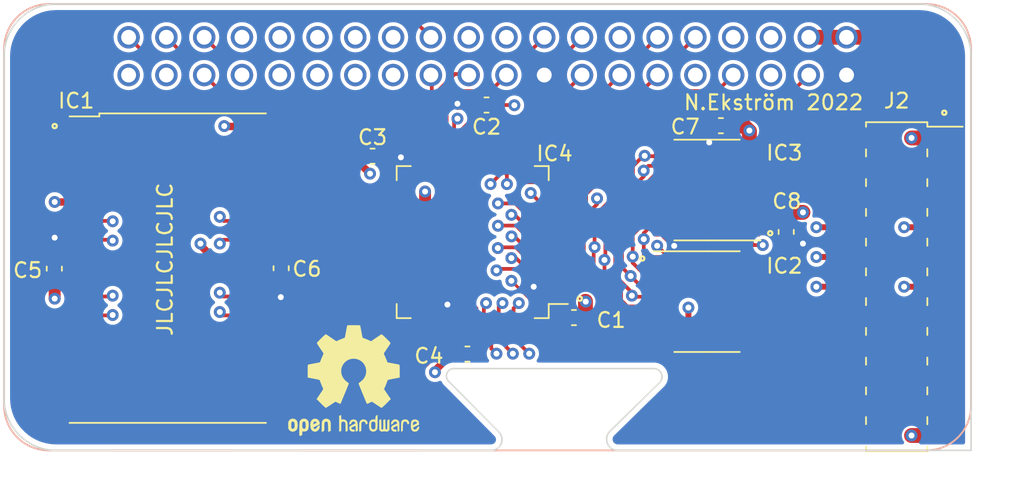
<source format=kicad_pcb>
(kicad_pcb (version 20221018) (generator pcbnew)
  (layers (0 "F.Cu" signal "Signal1") (1 "In1.Cu" power "GND") (2 "In2.Cu" signal "Signal2") (31 "B.Cu" power "Pwr") (34 "B.Paste" user) (35 "F.Paste" user) (36 "B.SilkS" user "B.Silkscreen") (37 "F.SilkS" user "F.Silkscreen") (38 "B.Mask" user) (39 "F.Mask" user) (44 "Edge.Cuts" user))
  (net 0 "")
  (net 1 "OE_OUT")
  (net 2 "D0")
  (net 3 "D1")
  (net 4 "D2")
  (net 5 "D3")
  (net 6 "D4")
  (net 7 "D5")
  (net 8 "D6")
  (net 9 "D7")
  (net 10 "GND")
  (net 11 "LE_OUT")
  (net 12 "5V_D7")
  (net 13 "5V_D6")
  (net 14 "5V_D5")
  (net 15 "5V_D4")
  (net 16 "5V_D3")
  (net 17 "5V_D2")
  (net 18 "5V_D1")
  (net 19 "5V_D0")
  (net 20 "+3V3")
  (net 21 "OE_IN")
  (net 22 "RAM_A0")
  (net 23 "RAM_A1")
  (net 24 "RAM_A2")
  (net 25 "RAM_A3")
  (net 26 "RAM_WE")
  (net 27 "RAM_A4")
  (net 28 "RAM_A5")
  (net 29 "RAM_A6")
  (net 30 "RAM_A7")
  (net 31 "RAM_A8")
  (net 32 "RAM_A9")
  (net 33 "RAM_A10")
  (net 34 "RAM_A11")
  (net 35 "RAM_A12")
  (net 36 "RAM_OE")
  (net 37 "RAM_A13")
  (net 38 "RAM_A14")
  (net 39 "RAM_A15")
  (net 40 "5V_RESET")
  (net 41 "PI_IRQ")
  (net 42 "PI_CLK")
  (net 43 "PI_REQ")
  (net 44 "PI_ACK")
  (net 45 "PI_D1")
  (net 46 "PI_D2")
  (net 47 "PI_A2")
  (net 48 "PI_D6")
  (net 49 "PI_D7")
  (net 50 "PI_A0")
  (net 51 "PI_A1")
  (net 52 "TDI")
  (net 53 "TMS")
  (net 54 "TCK")
  (net 55 "PI_D5")
  (net 56 "PI_D4")
  (net 57 "PI_D0")
  (net 58 "PI_D3")
  (net 59 "TDO")
  (net 60 "5V_INT6")
  (net 61 "5V_SPARE_CS")
  (net 62 "5V_IORD")
  (net 63 "5V_IOWR")
  (net 64 "5V_A2")
  (net 65 "5V_A1")
  (net 66 "5V_A0")
  (net 67 "+5V")
  (footprint "Package_SO:TSSOP-20_4.4x6.5mm_P0.65mm" (layer "F.Cu") (at 147.25 90)
    (fp_text reference "IC2")
    (fp_text value "SN74LVC573APWRE4")
  )
  (footprint "Capacitor_SMD:C_0603_1608Metric" (layer "F.Cu") (at 148.184 78.174)
    (fp_text reference "C7")
    (fp_text value "0.1u")
  )
  (footprint "Package_QFP:TQFP-64_10x10mm_P0.5mm" (layer "F.Cu") (at 131.5 86 180)
    (fp_text reference "IC4")
    (fp_text value "XC9572XL-VQ64")
  )
  (footprint "Package_SO:TSSOP-20_4.4x6.5mm_P0.65mm" (layer "F.Cu") (at 147.25 82.5 180)
    (fp_text reference "IC3")
    (fp_text value "SN74LVC573APWRE4")
  )
  (footprint "Symbol:OSHW-Logo2_9.8x8mm_SilkScreen" (layer "F.Cu") (at 123.5 95.3)
    (fp_text reference "REF**" hide)
    (fp_text value "OSHW-Logo2_9.8x8mm_SilkScreen" hide)
  )
  (footprint "Package_SO:TSOP-II-32_21.0x10.2mm_P1.27mm" (layer "F.Cu") (at 111 87.75)
    (fp_text reference "IC1")
    (fp_text value "IS63WV1288DBLL-10TLI")
  )
  (footprint "Capacitor_SMD:C_0603_1608Metric" (layer "F.Cu") (at 131.146 93.526 180)
    (fp_text reference "C4")
    (fp_text value "0.1u")
  )
  (footprint "Capacitor_SMD:C_0603_1608Metric" (layer "F.Cu") (at 103.376 87.784 -90)
    (fp_text reference "C5")
    (fp_text value "0.1u")
  )
  (footprint "Capacitor_SMD:C_0603_1608Metric" (layer "F.Cu") (at 124.766 80.226 180)
    (fp_text reference "C3")
    (fp_text value "0.1u")
  )
  (footprint "Capacitor_SMD:C_0603_1608Metric" (layer "F.Cu") (at 132.430361 76.784891)
    (fp_text reference "C2")
    (fp_text value "0.1u")
  )
  (footprint "Capacitor_SMD:C_0603_1608Metric" (layer "F.Cu") (at 118.624 87.756 90)
    (fp_text reference "C6")
    (fp_text value "0.1u")
  )
  (footprint "Capacitor_SMD:C_0603_1608Metric" (layer "F.Cu") (at 138.304 91.074)
    (fp_text reference "C1")
    (fp_text value "0.1u")
  )
  (footprint "Connector_PinSocket_2.00mm:PinSocket_2x11_P2.00mm_Vertical_SMD" (layer "F.Cu") (at 160 89)
    (fp_text reference "J2")
    (fp_text value "Conn_02x11_Odd_Even")
  )
  (footprint "Capacitor_SMD:C_0603_1608Metric" (layer "F.Cu") (at 152.574 85.316 90)
    (fp_text reference "C8")
    (fp_text value "0.1u")
  )
  (footprint "Adafruit:ADA3708_RPI-ZERO_NO_HOLES" (layer "B.Cu") (at 132.5 85 180)
    (fp_text reference "J1" hide)
    (fp_text value "Raspberry_Pi_2_3")
  )
  (gr_circle (center 151.5 85.4) (end 151.6 85.5) (stroke (width 0.15)) (fill none) (layer "F.SilkS"))
  (gr_circle (center 138.7 89.8) (end 138.8 89.9) (stroke (width 0.15)) (fill none) (layer "F.SilkS"))
  (gr_circle (center 163.2 77.3) (end 163.3 77.4) (stroke (width 0.15)) (fill none) (layer "F.SilkS"))
  (gr_circle (center 103.4 78.2) (end 103.5 78.3) (stroke (width 0.15)) (fill none) (layer "F.SilkS"))
  (gr_circle (center 142.9 87.1) (end 143 87.2) (stroke (width 0.15)) (fill none) (layer "F.SilkS"))
  (gr_arc (start 100 73.5) (mid 101.025126 71.025126) (end 103.5 70) (stroke (width 0.1)) (layer "Edge.Cuts"))
  (gr_arc (start 103.5 100) (mid 101.025126 98.974874) (end 100 96.5) (stroke (width 0.1)) (layer "Edge.Cuts"))
  (gr_arc (start 141.25 100) (mid 140.55709 99.537013) (end 140.71967 98.71967) (stroke (width 0.1)) (layer "Edge.Cuts"))
  (gr_arc (start 161.5 70) (mid 163.974874 71.025126) (end 165 73.5) (stroke (width 0.1)) (layer "Edge.Cuts"))
  (gr_line (start 103.5 70) (end 161.5 70) (stroke (width 0.1)) (layer "Edge.Cuts"))
  (gr_line (start 141.25 100) (end 165 100) (stroke (width 0.1)) (layer "Edge.Cuts"))
  (gr_line (start 144.059849 95.446927) (end 140.71967 98.71967) (stroke (width 0.1)) (layer "Edge.Cuts"))
  (gr_line (start 143.700788 94.500727) (end 130.200788 94.500727) (stroke (width 0.1)) (layer "Edge.Cuts"))
  (gr_arc (start 133.249999 98.750001) (mid 133.417611 99.542044) (end 132.75 100) (stroke (width 0.1)) (layer "Edge.Cuts"))
  (gr_line (start 100 96.5) (end 100 73.5) (stroke (width 0.1)) (layer "Edge.Cuts"))
  (gr_arc (start 143.700788 94.500727) (mid 144.19081 94.857015) (end 144.059849 95.446927) (stroke (width 0.1)) (layer "Edge.Cuts"))
  (gr_line (start 132.75 100) (end 103.5 100) (stroke (width 0.1)) (layer "Edge.Cuts"))
  (gr_line (start 129.924872 95.393648) (end 133.249999 98.750001) (stroke (width 0.1)) (layer "Edge.Cuts"))
  (gr_arc (start 129.924872 95.393648) (mid 129.756339 94.85248) (end 130.200788 94.500727) (stroke (width 0.1)) (layer "Edge.Cuts"))
  (gr_line (start 165 73.5) (end 165 100) (stroke (width 0.1)) (layer "Edge.Cuts"))
  (gr_text "A314-cp" (at 143.2 99) (layer "F.Cu") (effects (font (size 1.5 1.5) (thickness 0.3) bold) (justify left bottom)))
  (gr_text "JLCJLCJLCJLC" (at 111.4 92.4 90) (layer "F.SilkS") (effects (font (size 1 1)) (justify left bottom)))
  (gr_text "N.Ekström 2022" (at 145.6 77.2) (layer "F.SilkS") (effects (font (size 1 1)) (justify left bottom)))
  (segment (start 138.558832 84.75) (end 137.1625 84.75) (width 0.25) (layer "F.Cu") (net 1))
  (segment (start 139.860315 83.448517) (end 138.558832 84.75) (width 0.25) (layer "F.Cu") (net 1))
  (segment (start 144.3875 87.075) (end 144.3875 86.735293) (width 0.25) (layer "F.Cu") (net 1))
  (segment (start 144.3875 86.735293) (end 143.898617 86.24641) (width 0.25) (layer "F.Cu") (net 1))
  (segment (start 139.860315 83.060315) (end 139.860315 83.448517) (width 0.25) (layer "F.Cu") (net 1))
  (via (at 143.898617 86.24641) (size 0.8) (drill 0.4) (layers "F.Cu" "B.Cu") (net 1))
  (via (at 139.860315 83.060315) (size 0.8) (drill 0.4) (layers "F.Cu" "B.Cu") (net 1))
  (segment (start 140.125 90.459993) (end 141.940007 92.275) (width 0.25) (layer "F.Cu") (net 2))
  (segment (start 140.125 89.856883) (end 140.125 90.459993) (width 0.25) (layer "F.Cu") (net 2))
  (segment (start 143.061147 80.197718) (end 142.970399 80.197718) (width 0.25) (layer "F.Cu") (net 2))
  (segment (start 142.271711 81.673517) (end 138.518198 85.42703) (width 0.25) (layer "F.Cu") (net 2))
  (segment (start 143.061147 80.197718) (end 143.088429 80.225) (width 0.25) (layer "F.Cu") (net 2))
  (segment (start 107.275 84.575) (end 107.3 84.6) (width 0.25) (layer "F.Cu") (net 2))
  (segment (start 137.1625 85.25) (end 136.211178 85.25) (width 0.25) (layer "F.Cu") (net 2))
  (segment (start 138.518198 88.250081) (end 140.125 89.856883) (width 0.25) (layer "F.Cu") (net 2))
  (segment (start 138.518198 85.42703) (end 138.518198 88.250081) (width 0.25) (layer "F.Cu") (net 2))
  (segment (start 142.271711 80.896406) (end 142.271711 81.673517) (width 0.25) (layer "F.Cu") (net 2))
  (segment (start 136.211178 85.25) (end 134.361178 83.4) (width 0.25) (layer "F.Cu") (net 2))
  (segment (start 134.361178 83.4) (end 133.2 83.4) (width 0.25) (layer "F.Cu") (net 2))
  (segment (start 142.970399 80.197718) (end 142.271711 80.896406) (width 0.25) (layer "F.Cu") (net 2))
  (segment (start 141.940007 92.275) (end 144.3875 92.275) (width 0.25) (layer "F.Cu") (net 2))
  (segment (start 105.4 84.575) (end 107.275 84.575) (width 0.25) (layer "F.Cu") (net 2))
  (segment (start 143.088429 80.225) (end 144.3875 80.225) (width 0.25) (layer "F.Cu") (net 2))
  (via (at 133.2 83.4) (size 0.8) (drill 0.4) (layers "F.Cu" "B.Cu") (net 2))
  (via (at 107.3 84.6) (size 0.8) (drill 0.4) (layers "F.Cu" "B.Cu") (net 2))
  (via (at 143.061147 80.197718) (size 0.8) (drill 0.4) (layers "F.Cu" "B.Cu") (net 2))
  (segment (start 134.3201 84.164127) (end 134.1 84.164127) (width 0.25) (layer "F.Cu") (net 3))
  (segment (start 135.905973 85.75) (end 134.3201 84.164127) (width 0.25) (layer "F.Cu") (net 3))
  (segment (start 143.318422 80.875) (end 144.3875 80.875) (width 0.25) (layer "F.Cu") (net 3))
  (segment (start 107.245 85.845) (end 107.3 85.9) (width 0.25) (layer "F.Cu") (net 3))
  (segment (start 142.996711 81.196711) (end 143.318422 80.875) (width 0.25) (layer "F.Cu") (net 3))
  (segment (start 140.575 90.273597) (end 141.926403 91.625) (width 0.25) (layer "F.Cu") (net 3))
  (segment (start 140.575 89.670487) (end 140.575 90.273597) (width 0.25) (layer "F.Cu") (net 3))
  (segment (start 105.4 85.845) (end 107.245 85.845) (width 0.25) (layer "F.Cu") (net 3))
  (segment (start 141.926403 91.625) (end 144.3875 91.625) (width 0.25) (layer "F.Cu") (net 3))
  (segment (start 138.968198 85.613426) (end 138.968198 88.063685) (width 0.25) (layer "F.Cu") (net 3))
  (segment (start 138.968198 88.063685) (end 140.575 89.670487) (width 0.25) (layer "F.Cu") (net 3))
  (segment (start 142.996711 81.196711) (end 142.996711 81.584913) (width 0.25) (layer "F.Cu") (net 3))
  (segment (start 142.996711 81.584913) (end 138.968198 85.613426) (width 0.25) (layer "F.Cu") (net 3))
  (segment (start 137.1625 85.75) (end 135.905973 85.75) (width 0.25) (layer "F.Cu") (net 3))
  (via (at 142.996711 81.196711) (size 0.8) (drill 0.4) (layers "F.Cu" "B.Cu") (net 3))
  (via (at 107.3 85.9) (size 0.8) (drill 0.4) (layers "F.Cu" "B.Cu") (net 3))
  (via (at 134.1 84.164127) (size 0.8) (drill 0.4) (layers "F.Cu" "B.Cu") (net 3))
  (segment (start 107.245 89.655) (end 107.3 89.6) (width 0.25) (layer "F.Cu") (net 4))
  (segment (start 139.632871 86.398454) (end 139.632871 88.091962) (width 0.25) (layer "F.Cu") (net 4))
  (segment (start 105.4 89.655) (end 107.245 89.655) (width 0.25) (layer "F.Cu") (net 4))
  (segment (start 139.632871 88.091962) (end 141.025 89.484091) (width 0.25) (layer "F.Cu") (net 4))
  (segment (start 143.69302 81.525) (end 144.3875 81.525) (width 0.25) (layer "F.Cu") (net 4))
  (segment (start 139.693198 85.524822) (end 143.69302 81.525) (width 0.25) (layer "F.Cu") (net 4))
  (segment (start 134.400305 86.3505) (end 133.238554 86.3505) (width 0.25) (layer "F.Cu") (net 4))
  (segment (start 139.693198 86.338127) (end 139.632871 86.398454) (width 0.25) (layer "F.Cu") (net 4))
  (segment (start 139.693198 86.338127) (end 139.693198 85.524822) (width 0.25) (layer "F.Cu") (net 4))
  (segment (start 141.912799 90.975) (end 144.3875 90.975) (width 0.25) (layer "F.Cu") (net 4))
  (segment (start 137.1625 87.25) (end 135.299805 87.25) (width 0.25) (layer "F.Cu") (net 4))
  (segment (start 141.025 90.087201) (end 141.912799 90.975) (width 0.25) (layer "F.Cu") (net 4))
  (segment (start 133.238554 86.3505) (end 133.189054 86.4) (width 0.25) (layer "F.Cu") (net 4))
  (segment (start 141.025 89.484091) (end 141.025 90.087201) (width 0.25) (layer "F.Cu") (net 4))
  (segment (start 135.299805 87.25) (end 134.400305 86.3505) (width 0.25) (layer "F.Cu") (net 4))
  (via (at 107.3 89.6) (size 0.8) (drill 0.4) (layers "F.Cu" "B.Cu") (net 4))
  (via (at 139.693198 86.338127) (size 0.8) (drill 0.4) (layers "F.Cu" "B.Cu") (net 4))
  (via (at 133.189054 86.4) (size 0.8) (drill 0.4) (layers "F.Cu" "B.Cu") (net 4))
  (segment (start 105.4 90.925) (end 107.275 90.925) (width 0.25) (layer "F.Cu") (net 5))
  (segment (start 140.357871 87.2) (end 140.357871 88.180566) (width 0.25) (layer "F.Cu") (net 5))
  (segment (start 137.1625 87.75) (end 135.086396 87.75) (width 0.25) (layer "F.Cu") (net 5))
  (segment (start 135.086396 87.75) (end 134.411896 87.0755) (width 0.25) (layer "F.Cu") (net 5))
  (segment (start 141.899195 90.325) (end 144.3875 90.325) (width 0.25) (layer "F.Cu") (net 5))
  (segment (start 140.357871 88.180566) (end 141.475 89.297695) (width 0.25) (layer "F.Cu") (net 5))
  (segment (start 140.417698 87.140173) (end 140.417698 85.436718) (width 0.25) (layer "F.Cu") (net 5))
  (segment (start 140.357871 87.2) (end 140.417698 87.140173) (width 0.25) (layer "F.Cu") (net 5))
  (segment (start 141.475 89.900805) (end 141.899195 90.325) (width 0.25) (layer "F.Cu") (net 5))
  (segment (start 141.475 89.297695) (end 141.475 89.900805) (width 0.25) (layer "F.Cu") (net 5))
  (segment (start 143.679416 82.175) (end 144.3875 82.175) (width 0.25) (layer "F.Cu") (net 5))
  (segment (start 107.275 90.925) (end 107.3 90.9) (width 0.25) (layer "F.Cu") (net 5))
  (segment (start 134.411896 87.0755) (end 134.1 87.0755) (width 0.25) (layer "F.Cu") (net 5))
  (segment (start 140.417698 85.436718) (end 143.679416 82.175) (width 0.25) (layer "F.Cu") (net 5))
  (via (at 107.3 90.9) (size 0.8) (drill 0.4) (layers "F.Cu" "B.Cu") (net 5))
  (via (at 140.357871 87.2) (size 0.8) (drill 0.4) (layers "F.Cu" "B.Cu") (net 5))
  (via (at 134.1 87.0755) (size 0.8) (drill 0.4) (layers "F.Cu" "B.Cu") (net 5))
  (segment (start 135.809315 89.8) (end 136.359315 89.25) (width 0.2) (layer "F.Cu") (net 6))
  (segment (start 143.665812 82.825) (end 144.3875 82.825) (width 0.25) (layer "F.Cu") (net 6))
  (segment (start 144.3875 89.675) (end 142.2745 89.675) (width 0.25) (layer "F.Cu") (net 6))
  (segment (start 134.8875 89.375) (end 135.3125 89.8) (width 0.2) (layer "F.Cu") (net 6))
  (segment (start 134.8875 89.375) (end 134.875 89.375) (width 0.2) (layer "F.Cu") (net 6))
  (segment (start 116.6 90.925) (end 114.725 90.925) (width 0.25) (layer "F.Cu") (net 6))
  (segment (start 142.2 89.6005) (end 142.2 89.386299) (width 0.25) (layer "F.Cu") (net 6))
  (segment (start 142.2745 89.675) (end 142.2 89.6005) (width 0.25) (layer "F.Cu") (net 6))
  (segment (start 136.359315 89.25) (end 137.1625 89.25) (width 0.25) (layer "F.Cu") (net 6))
  (segment (start 141.082371 88.26867) (end 141.082371 85.408441) (width 0.25) (layer "F.Cu") (net 6))
  (segment (start 142.2 89.386299) (end 141.082371 88.26867) (width 0.25) (layer "F.Cu") (net 6))
  (segment (start 141.082371 85.408441) (end 143.665812 82.825) (width 0.25) (layer "F.Cu") (net 6))
  (segment (start 114.725 90.925) (end 114.5 90.7) (width 0.25) (layer "F.Cu") (net 6))
  (segment (start 135.3125 89.8) (end 135.809315 89.8) (width 0.2) (layer "F.Cu") (net 6))
  (segment (start 134.875 89.375) (end 134.1 88.6) (width 0.2) (layer "F.Cu") (net 6))
  (via (at 134.1 88.6) (size 0.8) (drill 0.4) (layers "F.Cu" "B.Cu") (net 6))
  (via (at 114.5 90.7) (size 0.8) (drill 0.4) (layers "F.Cu" "B.Cu") (net 6))
  (via (at 142.2 89.6005) (size 0.8) (drill 0.4) (layers "F.Cu" "B.Cu") (net 6))
  (segment (start 134.5 87.8) (end 133.2 87.8) (width 0.25) (layer "F.Cu") (net 7))
  (segment (start 134.5 87.8) (end 134.95 88.25) (width 0.25) (layer "F.Cu") (net 7))
  (segment (start 141.532371 85.594837) (end 143.652208 83.475) (width 0.25) (layer "F.Cu") (net 7))
  (segment (start 142.119503 88.280497) (end 141.532371 87.693365) (width 0.25) (layer "F.Cu") (net 7))
  (segment (start 142.864006 89.025) (end 142.119503 88.280497) (width 0.25) (layer "F.Cu") (net 7))
  (segment (start 141.532371 87.693365) (end 141.532371 85.594837) (width 0.25) (layer "F.Cu") (net 7))
  (segment (start 134.95 88.25) (end 137.1625 88.25) (width 0.25) (layer "F.Cu") (net 7))
  (segment (start 143.652208 83.475) (end 144.3875 83.475) (width 0.25) (layer "F.Cu") (net 7))
  (segment (start 114.755 89.655) (end 114.5 89.4) (width 0.25) (layer "F.Cu") (net 7))
  (segment (start 116.6 89.655) (end 114.755 89.655) (width 0.25) (layer "F.Cu") (net 7))
  (segment (start 144.3875 89.025) (end 142.864006 89.025) (width 0.25) (layer "F.Cu") (net 7))
  (segment (start 133.2 87.8) (end 133.1 87.9) (width 0.25) (layer "F.Cu") (net 7))
  (via (at 114.5 89.4) (size 0.8) (drill 0.4) (layers "F.Cu" "B.Cu") (net 7))
  (via (at 133.1 87.9) (size 0.8) (drill 0.4) (layers "F.Cu" "B.Cu") (net 7))
  (via (at 142.119503 88.280497) (size 0.8) (drill 0.4) (layers "F.Cu" "B.Cu") (net 7))
  (segment (start 142.257371 85.506233) (end 143.638604 84.125) (width 0.25) (layer "F.Cu") (net 8))
  (segment (start 135.436201 86.75) (end 134.299828 85.613627) (width 0.25) (layer "F.Cu") (net 8))
  (segment (start 134.299828 85.613627) (end 134.107899 85.613627) (width 0.25) (layer "F.Cu") (net 8))
  (segment (start 116.6 85.845) (end 114.755 85.845) (width 0.25) (layer "F.Cu") (net 8))
  (segment (start 142.257371 86.975918) (end 142.257371 85.506233) (width 0.25) (layer "F.Cu") (net 8))
  (segment (start 142.257371 86.975918) (end 142.257371 87.393767) (width 0.25) (layer "F.Cu") (net 8))
  (segment (start 137.1625 86.75) (end 135.436201 86.75) (width 0.25) (layer "F.Cu") (net 8))
  (segment (start 114.755 85.845) (end 114.5 86.1) (width 0.25) (layer "F.Cu") (net 8))
  (segment (start 143.638604 84.125) (end 144.3875 84.125) (width 0.25) (layer "F.Cu") (net 8))
  (segment (start 142.257371 87.393767) (end 143.238604 88.375) (width 0.25) (layer "F.Cu") (net 8))
  (segment (start 143.238604 88.375) (end 144.3875 88.375) (width 0.25) (layer "F.Cu") (net 8))
  (via (at 142.257371 86.975918) (size 0.8) (drill 0.4) (layers "F.Cu" "B.Cu") (net 8))
  (via (at 134.107899 85.613627) (size 0.8) (drill 0.4) (layers "F.Cu" "B.Cu") (net 8))
  (via (at 114.5 86.1) (size 0.8) (drill 0.4) (layers "F.Cu" "B.Cu") (net 8))
  (segment (start 143 85.8) (end 143 87.5) (width 0.25) (layer "F.Cu") (net 9))
  (segment (start 114.775 84.575) (end 114.5 84.3) (width 0.25) (layer "F.Cu") (net 9))
  (segment (start 133.211373 84.888627) (end 133.2 84.9) (width 0.25) (layer "F.Cu") (net 9))
  (segment (start 143 87.5) (end 143.225 87.725) (width 0.25) (layer "F.Cu") (net 9))
  (segment (start 134.408204 84.888627) (end 133.211373 84.888627) (width 0.25) (layer "F.Cu") (net 9))
  (segment (start 137.1625 86.25) (end 135.769577 86.25) (width 0.25) (layer "F.Cu") (net 9))
  (segment (start 143.625 84.775) (end 144.3875 84.775) (width 0.25) (layer "F.Cu") (net 9))
  (segment (start 143 85.4) (end 143.625 84.775) (width 0.25) (layer "F.Cu") (net 9))
  (segment (start 143 85.8) (end 143 85.4) (width 0.25) (layer "F.Cu") (net 9))
  (segment (start 135.769577 86.25) (end 134.408204 84.888627) (width 0.25) (layer "F.Cu") (net 9))
  (segment (start 116.6 84.575) (end 114.775 84.575) (width 0.25) (layer "F.Cu") (net 9))
  (segment (start 143.225 87.725) (end 144.3875 87.725) (width 0.25) (layer "F.Cu") (net 9))
  (via (at 114.5 84.3) (size 0.8) (drill 0.4) (layers "F.Cu" "B.Cu") (net 9))
  (via (at 143 85.8) (size 0.8) (drill 0.4) (layers "F.Cu" "B.Cu") (net 9))
  (via (at 133.2 84.9) (size 0.8) (drill 0.4) (layers "F.Cu" "B.Cu") (net 9))
  (segment (start 139.079 91.074) (end 139.079 89.977609) (width 1) (layer "F.Cu") (net 10))
  (segment (start 118.48 87.125) (end 118.624 86.981) (width 0.25) (layer "F.Cu") (net 10))
  (segment (start 134.3 76.8) (end 134.284891 76.784891) (width 0.25) (layer "F.Cu") (net 10))
  (segment (start 128.961995 94.637982) (end 130.073977 93.526) (width 0.5) (layer "F.Cu") (net 10))
  (segment (start 133.25 81.55) (end 132.7 82.1) (width 0.25) (layer "F.Cu") (net 10))
  (segment (start 127.15 86.25) (end 127.2 86.3) (width 0.25) (layer "F.Cu") (net 10))
  (segment (start 145.182107 92.925) (end 146 92.107107) (width 0.4) (layer "F.Cu") (net 10))
  (segment (start 105.4 88.375) (end 103.56 88.375) (width 0.5) (layer "F.Cu") (net 10))
  (segment (start 134.284891 76.784891) (end 132.805361 76.784891) (width 0.25) (layer "F.Cu") (net 10))
  (segment (start 128.3 82.6) (end 128.3 85.2) (width 0.8) (layer "F.Cu") (net 10))
  (segment (start 128.3 85.2) (end 127.2 86.3) (width 0.8) (layer "F.Cu") (net 10))
  (segment (start 153.115 84) (end 152.574 84.541) (width 1) (layer "F.Cu") (net 10))
  (segment (start 148.959 78.174) (end 149.720878 78.174) (width 1) (layer "F.Cu") (net 10))
  (segment (start 123.991 80.226) (end 123.991 80.791) (width 0.5) (layer "F.Cu") (net 10))
  (segment (start 144.3875 92.925) (end 145.182107 92.925) (width 0.4) (layer "F.Cu") (net 10))
  (segment (start 130.25 93.405) (end 130.371 93.526) (width 0.25) (layer "F.Cu") (net 10))
  (segment (start 153.7 84) (end 153.115 84) (width 1) (layer "F.Cu") (net 10))
  (segment (start 130.073977 93.526) (end 130.371 93.526) (width 0.5) (layer "F.Cu") (net 10))
  (segment (start 103.56 88.375) (end 103.376 88.559) (width 0.25) (layer "F.Cu") (net 10))
  (segment (start 103.4 89.8) (end 103.4 88.583) (width 0.8) (layer "F.Cu") (net 10))
  (segment (start 123.991 80.791) (end 124.6 81.4) (width 0.5) (layer "F.Cu") (net 10))
  (segment (start 146 92.107107) (end 146 90.4) (width 0.4) (layer "F.Cu") (net 10))
  (segment (start 103.405 83.305) (end 103.4 83.3) (width 0.25) (layer "F.Cu") (net 10))
  (segment (start 150.1125 79.575) (end 150.1125 79.3125) (width 0.25) (layer "F.Cu") (net 10))
  (segment (start 150.073439 78.526561) (end 150.1 78.553122) (width 1) (layer "F.Cu") (net 10))
  (segment (start 130.25 91.6625) (end 130.25 93.405) (width 0.25) (layer "F.Cu") (net 10))
  (segment (start 163.125 99) (end 161 99) (width 1) (layer "F.Cu") (net 10))
  (segment (start 150.1125 79.3125) (end 150.1 79.3) (width 0.25) (layer "F.Cu") (net 10))
  (segment (start 163.125 79) (end 161 79) (width 1) (layer "F.Cu") (net 10))
  (segment (start 116.6 78.225) (end 114.825 78.225) (width 0.5) (layer "F.Cu") (net 10))
  (segment (start 114.110786 87.125) (end 116.6 87.125) (width 0.5) (layer "F.Cu") (net 10))
  (segment (start 103.4 88.583) (end 103.376 88.559) (width 0.8) (layer "F.Cu") (net 10))
  (segment (start 125.8375 86.25) (end 127.15 86.25) (width 0.25) (layer "F.Cu") (net 10))
  (segment (start 116.575 78.2) (end 116.6 78.225) (width 0.5) (layer "F.Cu") (net 10))
  (segment (start 135.95 83.25) (end 135.4 82.7) (width 0.25) (layer "F.Cu") (net 10))
  (segment (start 105.4 83.305) (end 103.405 83.305) (width 0.5) (layer "F.Cu") (net 10))
  (segment (start 150.1 78.553122) (end 150.1 79.3) (width 1) (layer "F.Cu") (net 10))
  (segment (start 113.2 86.1) (end 113.2 86.214214) (width 0.5) (layer "F.Cu") (net 10))
  (segment (start 114.825 78.225) (end 114.8 78.2) (width 0.5) (layer "F.Cu") (net 10))
  (segment (start 116.6 87.125) (end 118.48 87.125) (width 0.5) (layer "F.Cu") (net 10))
  (segment (start 133.25 80.3375) (end 133.25 81.55) (width 0.25) (layer "F.Cu") (net 10))
  (segment (start 128.961995 94.745685) (end 128.961995 94.637982) (width 0.5) (layer "F.Cu") (net 10))
  (segment (start 137.1625 83.25) (end 135.95 83.25) (width 0.25) (layer "F.Cu") (net 10))
  (segment (start 113.2 86.214214) (end 114.110786 87.125) (width 0.5) (layer "F.Cu") (net 10))
  (segment (start 149.720878 78.174) (end 150.073439 78.526561) (width 1) (layer "F.Cu") (net 10))
  (via (at 135.4 82.7) (size 0.8) (drill 0.4) (layers "F.Cu" "B.Cu") (net 10))
  (via (at 161 99) (size 0.8) (drill 0.4) (layers "F.Cu" "B.Cu") (net 10))
  (via (at 103.4 83.3) (size 0.8) (drill 0.4) (layers "F.Cu" "B.Cu") (net 10))
  (via (at 124.6 81.4) (size 0.8) (drill 0.4) (layers "F.Cu" "B.Cu") (net 10))
  (via (at 114.8 78.2) (size 0.8) (drill 0.4) (layers "F.Cu" "B.Cu") (net 10))
  (via (at 103.4 89.8) (size 0.8) (drill 0.4) (layers "F.Cu" "B.Cu") (net 10))
  (via (at 128.3 82.6) (size 0.8) (drill 0.4) (layers "F.Cu" "B.Cu") (net 10))
  (via (at 134.3 76.8) (size 0.8) (drill 0.4) (layers "F.Cu" "B.Cu") (net 10))
  (via (at 153.7 84) (size 0.8) (drill 0.4) (layers "F.Cu" "B.Cu") (net 10))
  (via (at 161 79) (size 0.8) (drill 0.4) (layers "F.Cu" "B.Cu") (net 10))
  (via (at 139.1 90) (size 0.8) (drill 0.4) (layers "F.Cu" "B.Cu") (net 10))
  (via (at 150.1 78.5) (size 0.8) (drill 0.4) (layers "F.Cu" "B.Cu") (net 10))
  (via (at 132.7 82.1) (size 0.8) (drill 0.4) (layers "F.Cu" "B.Cu") (net 10))
  (via (at 128.961995 94.745685) (size 0.8) (drill 0.4) (layers "F.Cu" "B.Cu") (net 10))
  (via (at 146 90.4) (size 0.8) (drill 0.4) (layers "F.Cu" "B.Cu") (net 10))
  (via (at 113.2 86.1) (size 0.8) (drill 0.4) (layers "F.Cu" "B.Cu") (net 10))
  (segment (start 137.981817 91.874) (end 137.076183 91.874) (width 0.25) (layer "F.Cu") (net 11))
  (segment (start 145.399569 93.45) (end 139.557817 93.45) (width 0.25) (layer "F.Cu") (net 11))
  (segment (start 150.1125 92.925) (end 145.924569 92.925) (width 0.25) (layer "F.Cu") (net 11))
  (segment (start 137.1625 90.1375) (end 137.1625 89.75) (width 0.25) (layer "F.Cu") (net 11))
  (segment (start 145.924569 92.925) (end 145.399569 93.45) (width 0.25) (layer "F.Cu") (net 11))
  (segment (start 136.754 91.551817) (end 136.754 90.546) (width 0.25) (layer "F.Cu") (net 11))
  (segment (start 137.076183 91.874) (end 136.754 91.551817) (width 0.25) (layer "F.Cu") (net 11))
  (segment (start 139.557817 93.45) (end 137.981817 91.874) (width 0.25) (layer "F.Cu") (net 11))
  (segment (start 136.754 90.546) (end 137.1625 90.1375) (width 0.25) (layer "F.Cu") (net 11))
  (segment (start 149.423959 84.775) (end 150.1125 84.775) (width 0.25) (layer "F.Cu") (net 12))
  (segment (start 160.55 91) (end 159.55 90) (width 0.25) (layer "F.Cu") (net 12))
  (segment (start 149 85.198959) (end 149.423959 84.775) (width 0.25) (layer "F.Cu") (net 12))
  (segment (start 159.55 90) (end 153.5 90) (width 0.25) (layer "F.Cu") (net 12))
  (segment (start 151.225 87.725) (end 150.1125 87.725) (width 0.25) (layer "F.Cu") (net 12))
  (segment (start 149 87.301041) (end 149 85.198959) (width 0.25) (layer "F.Cu") (net 12))
  (segment (start 149.423959 87.725) (end 149 87.301041) (width 0.25) (layer "F.Cu") (net 12))
  (segment (start 153.5 90) (end 151.225 87.725) (width 0.25) (layer "F.Cu") (net 12))
  (segment (start 163.125 91) (end 160.55 91) (width 0.25) (layer "F.Cu") (net 12))
  (segment (start 150.1125 87.725) (end 149.423959 87.725) (width 0.25) (layer "F.Cu") (net 12))
  (segment (start 156.875 91) (end 153.8 91) (width 0.25) (layer "F.Cu") (net 13))
  (segment (start 148.55 87.501041) (end 148.55 84.95) (width 0.25) (layer "F.Cu") (net 13))
  (segment (start 151.175 88.375) (end 150.1125 88.375) (width 0.25) (layer "F.Cu") (net 13))
  (segment (start 148.55 84.95) (end 149.375 84.125) (width 0.25) (layer "F.Cu") (net 13))
  (segment (start 150.1125 88.375) (end 149.423959 88.375) (width 0.25) (layer "F.Cu") (net 13))
  (segment (start 149.375 84.125) (end 150.1125 84.125) (width 0.25) (layer "F.Cu") (net 13))
  (segment (start 153.8 91) (end 151.175 88.375) (width 0.25) (layer "F.Cu") (net 13))
  (segment (start 149.423959 88.375) (end 148.55 87.501041) (width 0.25) (layer "F.Cu") (net 13))
  (segment (start 149.423959 89.025) (end 148.1 87.701041) (width 0.25) (layer "F.Cu") (net 14))
  (segment (start 160.5 93) (end 159.5 92) (width 0.25) (layer "F.Cu") (net 14))
  (segment (start 148.1 84.7) (end 149.325 83.475) (width 0.25) (layer "F.Cu") (net 14))
  (segment (start 163.125 93) (end 160.5 93) (width 0.25) (layer "F.Cu") (net 14))
  (segment (start 150.1125 89.025) (end 149.423959 89.025) (width 0.25) (layer "F.Cu") (net 14))
  (segment (start 150.925 89.025) (end 150.1125 89.025) (width 0.25) (layer "F.Cu") (net 14))
  (segment (start 148.1 87.701041) (end 148.1 84.7) (width 0.25) (layer "F.Cu") (net 14))
  (segment (start 153.9 92) (end 150.925 89.025) (width 0.25) (layer "F.Cu") (net 14))
  (segment (start 149.325 83.475) (end 150.1125 83.475) (width 0.25) (layer "F.Cu") (net 14))
  (segment (start 159.5 92) (end 153.9 92) (width 0.25) (layer "F.Cu") (net 14))
  (segment (start 149.275 82.825) (end 150.1125 82.825) (width 0.25) (layer "F.Cu") (net 15))
  (segment (start 154.2 93) (end 150.875 89.675) (width 0.25) (layer "F.Cu") (net 15))
  (segment (start 149.423959 89.675) (end 147.65 87.901041) (width 0.25) (layer "F.Cu") (net 15))
  (segment (start 147.65 87.901041) (end 147.65 84.45) (width 0.25) (layer "F.Cu") (net 15))
  (segment (start 150.1125 89.675) (end 149.423959 89.675) (width 0.25) (layer "F.Cu") (net 15))
  (segment (start 147.65 84.45) (end 149.275 82.825) (width 0.25) (layer "F.Cu") (net 15))
  (segment (start 150.875 89.675) (end 150.1125 89.675) (width 0.25) (layer "F.Cu") (net 15))
  (segment (start 156.875 93) (end 154.2 93) (width 0.25) (layer "F.Cu") (net 15))
  (segment (start 150.825 90.325) (end 150.1125 90.325) (width 0.25) (layer "F.Cu") (net 16))
  (segment (start 147.2 84.2) (end 149.225 82.175) (width 0.25) (layer "F.Cu") (net 16))
  (segment (start 159.55 94) (end 154.5 94) (width 0.25) (layer "F.Cu") (net 16))
  (segment (start 163.125 95) (end 160.55 95) (width 0.25) (layer "F.Cu") (net 16))
  (segment (start 150.1125 90.325) (end 149.423959 90.325) (width 0.25) (layer "F.Cu") (net 16))
  (segment (start 147.2 88.101041) (end 147.2 84.2) (width 0.25) (layer "F.Cu") (net 16))
  (segment (start 160.55 95) (end 159.55 94) (width 0.25) (layer "F.Cu") (net 16))
  (segment (start 149.423959 90.325) (end 147.2 88.101041) (width 0.25) (layer "F.Cu") (net 16))
  (segment (start 149.225 82.175) (end 150.1125 82.175) (width 0.25) (layer "F.Cu") (net 16))
  (segment (start 154.5 94) (end 150.825 90.325) (width 0.25) (layer "F.Cu") (net 16))
  (segment (start 151.175 91.362563) (end 151.175 91.348959) (width 0.25) (layer "F.Cu") (net 17))
  (segment (start 146.75 88.301041) (end 146.75 84.013604) (width 0.25) (layer "F.Cu") (net 17))
  (segment (start 149.238604 81.525) (end 150.1125 81.525) (width 0.25) (layer "F.Cu") (net 17))
  (segment (start 146.75 84.013604) (end 149.238604 81.525) (width 0.25) (layer "F.Cu") (net 17))
  (segment (start 154.812437 95) (end 151.175 91.362563) (width 0.25) (layer "F.Cu") (net 17))
  (segment (start 150.801041 90.975) (end 150.1125 90.975) (width 0.25) (layer "F.Cu") (net 17))
  (segment (start 149.423959 90.975) (end 146.75 88.301041) (width 0.25) (layer "F.Cu") (net 17))
  (segment (start 150.1125 90.975) (end 149.423959 90.975) (width 0.25) (layer "F.Cu") (net 17))
  (segment (start 156.875 95) (end 154.812437 95) (width 0.25) (layer "F.Cu") (net 17))
  (segment (start 151.175 91.348959) (end 150.801041 90.975) (width 0.25) (layer "F.Cu") (net 17))
  (segment (start 146.3 88.501041) (end 146.3 83.827208) (width 0.25) (layer "F.Cu") (net 18))
  (segment (start 163.125 97) (end 160.5 97) (width 0.25) (layer "F.Cu") (net 18))
  (segment (start 150.801041 91.625) (end 150.1125 91.625) (width 0.25) (layer "F.Cu") (net 18))
  (segment (start 155.157843 95.981802) (end 150.801041 91.625) (width 0.25) (layer "F.Cu") (net 18))
  (segment (start 160.5 97) (end 159.481802 95.981802) (width 0.25) (layer "F.Cu") (net 18))
  (segment (start 150.1125 91.625) (end 149.423959 91.625) (width 0.25) (layer "F.Cu") (net 18))
  (segment (start 159.481802 95.981802) (end 155.157843 95.981802) (width 0.25) (layer "F.Cu") (net 18))
  (segment (start 149.252208 80.875) (end 150.1125 80.875) (width 0.25) (layer "F.Cu") (net 18))
  (segment (start 146.3 83.827208) (end 149.252208 80.875) (width 0.25) (layer "F.Cu") (net 18))
  (segment (start 149.423959 91.625) (end 146.3 88.501041) (width 0.25) (layer "F.Cu") (net 18))
  (segment (start 150.814645 92.275) (end 150.1125 92.275) (width 0.25) (layer "F.Cu") (net 19))
  (segment (start 156.875 97) (end 155.539645 97) (width 0.25) (layer "F.Cu") (net 19))
  (segment (start 145.85 83.55) (end 149.175 80.225) (width 0.25) (layer "F.Cu") (net 19))
  (segment (start 149.175 80.225) (end 150.1125 80.225) (width 0.25) (layer "F.Cu") (net 19))
  (segment (start 150.1125 92.275) (end 149.423959 92.275) (width 0.25) (layer "F.Cu") (net 19))
  (segment (start 145.85 88.701041) (end 145.85 83.55) (width 0.25) (layer "F.Cu") (net 19))
  (segment (start 149.423959 92.275) (end 145.85 88.701041) (width 0.25) (layer "F.Cu") (net 19))
  (segment (start 155.539645 97) (end 150.814645 92.275) (width 0.25) (layer "F.Cu") (net 19))
  (segment (start 131.726 93.526) (end 131.921 93.526) (width 0.25) (layer "F.Cu") (net 20))
  (segment (start 131.655361 76.784891) (end 131.655361 77.544444) (width 0.25) (layer "F.Cu") (net 20))
  (segment (start 151.59 87.075) (end 152.574 86.091) (width 0.4) (layer "F.Cu") (net 20))
  (segment (start 130.75 91.6625) (end 130.75 90.859315) (width 0.25) (layer "F.Cu") (net 20))
  (segment (start 127.4 83.9) (end 127.4 82.085) (width 0.4) (layer "F.Cu") (net 20))
  (segment (start 144.3875 85.425) (end 144.3875 85.592172) (width 0.4) (layer "F.Cu") (net 20))
  (segment (start 138.225 89.009315) (end 138.225 90.378) (width 0.25) (layer "F.Cu") (net 20))
  (segment (start 137.1625 88.75) (end 135.85 88.75) (width 0.25) (layer "F.Cu") (net 20))
  (segment (start 118.6 88.555) (end 118.624 88.531) (width 0.8) (layer "F.Cu") (net 20))
  (segment (start 130.75 90.859315) (end 130.090685 90.2) (width 0.25) (layer "F.Cu") (net 20))
  (segment (start 145.225 79.575) (end 146.626 78.174) (width 0.4) (layer "F.Cu") (net 20))
  (segment (start 131.655361 77.544444) (end 130.75 78.449805) (width 0.25) (layer "F.Cu") (net 20))
  (segment (start 125.541 80.941) (end 125.541 80.226) (width 0.4) (layer "F.Cu") (net 20))
  (segment (start 116.6 88.375) (end 118.468 88.375) (width 0.5) (layer "F.Cu") (net 20))
  (segment (start 126.6005 80.226) (end 125.541 80.226) (width 0.8) (layer "F.Cu") (net 20))
  (segment (start 130.75 92.55) (end 131.726 93.526) (width 0.25) (layer "F.Cu") (net 20))
  (segment (start 144.3875 85.592172) (end 145.044239 86.248911) (width 0.4) (layer "F.Cu") (net 20))
  (segment (start 118.468 88.375) (end 118.624 88.531) (width 0.25) (layer "F.Cu") (net 20))
  (segment (start 130.4745 76.7) (end 131.57047 76.7) (width 0.8) (layer "F.Cu") (net 20))
  (segment (start 147.4 78.183) (end 147.409 78.174) (width 1) (layer "F.Cu") (net 20))
  (segment (start 105.4 87.125) (end 103.492 87.125) (width 0.5) (layer "F.Cu") (net 20))
  (segment (start 125.8375 84.25) (end 127.05 84.25) (width 0.25) (layer "F.Cu") (net 20))
  (segment (start 147.4 79.3) (end 147.4 78.183) (width 1) (layer "F.Cu") (net 20))
  (segment (start 126.9 81.585) (end 126.885 81.6) (width 0.4) (layer "F.Cu") (net 20))
  (segment (start 130.75 80.3375) (end 130.75 78.449805) (width 0.25) (layer "F.Cu") (net 20))
  (segment (start 127.4 82.085) (end 126.9 81.585) (width 0.4) (layer "F.Cu") (net 20))
  (segment (start 138.225 90.378) (end 137.529 91.074) (width 0.25) (layer "F.Cu") (net 20))
  (segment (start 144.3875 79.575) (end 145.225 79.575) (width 0.4) (layer "F.Cu") (net 20))
  (segment (start 153.7 86.1) (end 152.583 86.1) (width 1) (layer "F.Cu") (net 20))
  (segment (start 146.626 78.174) (end 147.409 78.174) (width 0.4) (layer "F.Cu") (net 20))
  (segment (start 126.2 81.6) (end 125.541 80.941) (width 0.4) (layer "F.Cu") (net 20))
  (segment (start 150.1125 87.075) (end 151.59 87.075) (width 0.4) (layer "F.Cu") (net 20))
  (segment (start 103.4 85.7) (end 103.4 86.985) (width 0.8) (layer "F.Cu") (net 20))
  (segment (start 152.583 86.1) (end 152.574 86.091) (width 1) (layer "F.Cu") (net 20))
  (segment (start 126.885 81.6) (end 126.2 81.6) (width 0.4) (layer "F.Cu") (net 20))
  (segment (start 103.4 86.985) (end 103.376 87.009) (width 0.8) (layer "F.Cu") (net 20))
  (segment (start 137.965685 88.75) (end 138.225 89.009315) (width 0.25) (layer "F.Cu") (net 20))
  (segment (start 126.6745 80.3) (end 126.6005 80.226) (width 0.8) (layer "F.Cu") (net 20))
  (segment (start 130.090685 90.2) (end 129.8 90.2) (width 0.25) (layer "F.Cu") (net 20))
  (segment (start 127.05 84.25) (end 127.4 83.9) (width 0.4) (layer "F.Cu") (net 20))
  (segment (start 118.6 89.7) (end 118.6 88.555) (width 0.8) (layer "F.Cu") (net 20))
  (segment (start 137.1625 88.75) (end 137.965685 88.75) (width 0.25) (layer "F.Cu") (net 20))
  (segment (start 103.492 87.125) (end 103.376 87.009) (width 0.25) (layer "F.Cu") (net 20))
  (segment (start 131.57047 76.7) (end 131.655361 76.784891) (width 0.8) (layer "F.Cu") (net 20))
  (segment (start 135.85 88.75) (end 135.6 89) (width 0.25) (layer "F.Cu") (net 20))
  (segment (start 130.75 91.6625) (end 130.75 92.55) (width 0.25) (layer "F.Cu") (net 20))
  (via (at 147.4 79.3) (size 0.8) (drill 0.4) (layers "F.Cu" "B.Cu") (net 20))
  (via (at 135.6 89) (size 0.8) (drill 0.4) (layers "F.Cu" "B.Cu") (net 20))
  (via (at 126.6745 80.3) (size 0.8) (drill 0.4) (layers "F.Cu" "B.Cu") (net 20))
  (via (at 153.7 86.1) (size 0.8) (drill 0.4) (layers "F.Cu" "B.Cu") (net 20))
  (via (at 130.4745 76.7) (size 0.8) (drill 0.4) (layers "F.Cu" "B.Cu") (net 20))
  (via (at 145.044239 86.248911) (size 0.8) (drill 0.4) (layers "F.Cu" "B.Cu") (net 20))
  (via (at 103.4 85.7) (size 0.8) (drill 0.4) (layers "F.Cu" "B.Cu") (net 20))
  (via (at 118.6 89.7) (size 0.8) (drill 0.4) (layers "F.Cu" "B.Cu") (net 20))
  (via (at 129.8 90.2) (size 0.8) (drill 0.4) (layers "F.Cu" "B.Cu") (net 20))
  (segment (start 134.25 90.45) (end 134.25 91.6625) (width 0.25) (layer "F.Cu") (net 21))
  (segment (start 150.4 86.2) (end 151 86.2) (width 0.25) (layer "F.Cu") (net 21))
  (segment (start 150.1125 85.425) (end 150.1125 85.9125) (width 0.25) (layer "F.Cu") (net 21))
  (segment (start 134.6 90.1) (end 134.25 90.45) (width 0.25) (layer "F.Cu") (net 21))
  (segment (start 150.1125 85.9125) (end 150.4 86.2) (width 0.25) (layer "F.Cu") (net 21))
  (via (at 134.6 90.1) (size 0.8) (drill 0.4) (layers "F.Cu" "B.Cu") (net 21))
  (via (at 151 86.2) (size 0.8) (drill 0.4) (layers "F.Cu" "B.Cu") (net 21))
  (segment (start 119.783604 80.12) (end 123.413604 83.75) (width 0.25) (layer "F.Cu") (net 22))
  (segment (start 123.413604 83.75) (end 125.8375 83.75) (width 0.25) (layer "F.Cu") (net 22))
  (segment (start 105.4 78.225) (end 106.625 78.225) (width 0.25) (layer "F.Cu") (net 22))
  (segment (start 106.625 78.225) (end 108.52 80.12) (width 0.25) (layer "F.Cu") (net 22))
  (segment (start 108.52 80.12) (end 119.783604 80.12) (width 0.25) (layer "F.Cu") (net 22))
  (segment (start 105.4 79.495) (end 106.595 79.495) (width 0.25) (layer "F.Cu") (net 23))
  (segment (start 106.595 79.495) (end 108.51 81.41) (width 0.25) (layer "F.Cu") (net 23))
  (segment (start 123.640812 85.25) (end 125.8375 85.25) (width 0.25) (layer "F.Cu") (net 23))
  (segment (start 108.51 81.41) (end 119.800812 81.41) (width 0.25) (layer "F.Cu") (net 23))
  (segment (start 119.800812 81.41) (end 123.640812 85.25) (width 0.25) (layer "F.Cu") (net 23))
  (segment (start 119.79802 82.68) (end 108.58 82.68) (width 0.25) (layer "F.Cu") (net 24))
  (segment (start 108.58 82.68) (end 106.665 80.765) (width 0.25) (layer "F.Cu") (net 24))
  (segment (start 123.86802 86.75) (end 119.79802 82.68) (width 0.25) (layer "F.Cu") (net 24))
  (segment (start 106.665 80.765) (end 105.4 80.765) (width 0.25) (layer "F.Cu") (net 24))
  (segment (start 125.8375 86.75) (end 123.86802 86.75) (width 0.25) (layer "F.Cu") (net 24))
  (segment (start 115.475 83.93) (end 119.775228 83.93) (width 0.25) (layer "F.Cu") (net 25))
  (segment (start 123.595228 87.75) (end 125.8375 87.75) (width 0.25) (layer "F.Cu") (net 25))
  (segment (start 107.63 83.13) (end 114.675 83.13) (width 0.25) (layer "F.Cu") (net 25))
  (segment (start 105.4 82.035) (end 106.535 82.035) (width 0.25) (layer "F.Cu") (net 25))
  (segment (start 119.775228 83.93) (end 123.595228 87.75) (width 0.25) (layer "F.Cu") (net 25))
  (segment (start 106.535 82.035) (end 107.63 83.13) (width 0.25) (layer "F.Cu") (net 25))
  (segment (start 114.675 83.13) (end 115.475 83.93) (width 0.25) (layer "F.Cu") (net 25))
  (segment (start 112.83 91.57) (end 120.33 91.57) (width 0.25) (layer "F.Cu") (net 26))
  (segment (start 120.33 91.57) (end 123.65 88.25) (width 0.25) (layer "F.Cu") (net 26))
  (segment (start 112.205 92.195) (end 112.83 91.57) (width 0.25) (layer "F.Cu") (net 26))
  (segment (start 105.4 92.195) (end 112.205 92.195) (width 0.25) (layer "F.Cu") (net 26))
  (segment (start 123.65 88.25) (end 125.8375 88.25) (width 0.25) (layer "F.Cu") (net 26))
  (segment (start 112.335 93.465) (end 112.96 92.84) (width 0.25) (layer "F.Cu") (net 27))
  (segment (start 112.96 92.84) (end 120.332792 92.84) (width 0.25) (layer "F.Cu") (net 27))
  (segment (start 120.332792 92.84) (end 123.922792 89.25) (width 0.25) (layer "F.Cu") (net 27))
  (segment (start 105.4 93.465) (end 112.335 93.465) (width 0.25) (layer "F.Cu") (net 27))
  (segment (start 123.922792 89.25) (end 125.8375 89.25) (width 0.25) (layer "F.Cu") (net 27))
  (segment (start 105.4 94.735) (end 112.365 94.735) (width 0.25) (layer "F.Cu") (net 28))
  (segment (start 120.355584 94.09) (end 124.220584 90.225) (width 0.25) (layer "F.Cu") (net 28))
  (segment (start 131.75 90.45) (end 131.75 91.6625) (width 0.25) (layer "F.Cu") (net 28))
  (segment (start 128.263604 89) (end 130.3 89) (width 0.25) (layer "F.Cu") (net 28))
  (segment (start 127.038604 90.225) (end 128.263604 89) (width 0.25) (layer "F.Cu") (net 28))
  (segment (start 113.01 94.09) (end 120.355584 94.09) (width 0.25) (layer "F.Cu") (net 28))
  (segment (start 130.3 89) (end 131.75 90.45) (width 0.25) (layer "F.Cu") (net 28))
  (segment (start 124.220584 90.225) (end 127.038604 90.225) (width 0.25) (layer "F.Cu") (net 28))
  (segment (start 112.365 94.735) (end 113.01 94.09) (width 0.25) (layer "F.Cu") (net 28))
  (segment (start 113.04 95.36) (end 124.74 95.36) (width 0.25) (layer "F.Cu") (net 29))
  (segment (start 127.75 92.35) (end 127.75 91.6625) (width 0.25) (layer "F.Cu") (net 29))
  (segment (start 105.4 96.005) (end 112.395 96.005) (width 0.25) (layer "F.Cu") (net 29))
  (segment (start 124.74 95.36) (end 127.75 92.35) (width 0.25) (layer "F.Cu") (net 29))
  (segment (start 112.395 96.005) (end 113.04 95.36) (width 0.25) (layer "F.Cu") (net 29))
  (segment (start 112.425 97.275) (end 113.07 96.63) (width 0.25) (layer "F.Cu") (net 30))
  (segment (start 128.75 92.622792) (end 128.75 91.6625) (width 0.25) (layer "F.Cu") (net 30))
  (segment (start 124.742792 96.63) (end 128.75 92.622792) (width 0.25) (layer "F.Cu") (net 30))
  (segment (start 113.07 96.63) (end 124.742792 96.63) (width 0.25) (layer "F.Cu") (net 30))
  (segment (start 105.4 97.275) (end 112.425 97.275) (width 0.25) (layer "F.Cu") (net 30))
  (segment (start 124.734188 97.275) (end 129.25 92.759188) (width 0.25) (layer "F.Cu") (net 31))
  (segment (start 116.6 97.275) (end 124.734188 97.275) (width 0.25) (layer "F.Cu") (net 31))
  (segment (start 129.25 92.759188) (end 129.25 91.6625) (width 0.25) (layer "F.Cu") (net 31))
  (segment (start 128.25 92.486396) (end 128.25 91.6625) (width 0.25) (layer "F.Cu") (net 32))
  (segment (start 124.731396 96.005) (end 128.25 92.486396) (width 0.25) (layer "F.Cu") (net 32))
  (segment (start 116.6 96.005) (end 124.731396 96.005) (width 0.25) (layer "F.Cu") (net 32))
  (segment (start 127.225 90.675) (end 128.45 89.45) (width 0.25) (layer "F.Cu") (net 33))
  (segment (start 120.34698 94.735) (end 124.40698 90.675) (width 0.25) (layer "F.Cu") (net 33))
  (segment (start 131.25 90.586396) (end 131.25 91.6625) (width 0.25) (layer "F.Cu") (net 33))
  (segment (start 124.40698 90.675) (end 127.225 90.675) (width 0.25) (layer "F.Cu") (net 33))
  (segment (start 130.113604 89.45) (end 131.25 90.586396) (width 0.25) (layer "F.Cu") (net 33))
  (segment (start 116.6 94.735) (end 120.34698 94.735) (width 0.25) (layer "F.Cu") (net 33))
  (segment (start 128.45 89.45) (end 130.113604 89.45) (width 0.25) (layer "F.Cu") (net 33))
  (segment (start 116.6 93.465) (end 120.344188 93.465) (width 0.25) (layer "F.Cu") (net 34))
  (segment (start 120.344188 93.465) (end 124.059188 89.75) (width 0.25) (layer "F.Cu") (net 34))
  (segment (start 124.059188 89.75) (end 125.8375 89.75) (width 0.25) (layer "F.Cu") (net 34))
  (segment (start 123.786396 88.75) (end 125.8375 88.75) (width 0.25) (layer "F.Cu") (net 35))
  (segment (start 120.341396 92.195) (end 123.786396 88.75) (width 0.25) (layer "F.Cu") (net 35))
  (segment (start 116.6 92.195) (end 120.341396 92.195) (width 0.25) (layer "F.Cu") (net 35))
  (segment (start 123.731624 87.25) (end 125.8375 87.25) (width 0.25) (layer "F.Cu") (net 36))
  (segment (start 116.6 83.305) (end 119.786624 83.305) (width 0.25) (layer "F.Cu") (net 36))
  (segment (start 119.786624 83.305) (end 123.731624 87.25) (width 0.25) (layer "F.Cu") (net 36))
  (segment (start 119.789416 82.035) (end 123.504416 85.75) (width 0.25) (layer "F.Cu") (net 37))
  (segment (start 123.504416 85.75) (end 125.8375 85.75) (width 0.25) (layer "F.Cu") (net 37))
  (segment (start 116.6 82.035) (end 119.789416 82.035) (width 0.25) (layer "F.Cu") (net 37))
  (segment (start 123.777208 84.75) (end 125.8375 84.75) (width 0.25) (layer "F.Cu") (net 38))
  (segment (start 119.792208 80.765) (end 123.777208 84.75) (width 0.25) (layer "F.Cu") (net 38))
  (segment (start 116.6 80.765) (end 119.792208 80.765) (width 0.25) (layer "F.Cu") (net 38))
  (segment (start 116.6 79.495) (end 119.795 79.495) (width 0.25) (layer "F.Cu") (net 39))
  (segment (start 119.795 79.495) (end 123.55 83.25) (width 0.25) (layer "F.Cu") (net 39))
  (segment (start 123.55 83.25) (end 125.8375 83.25) (width 0.25) (layer "F.Cu") (net 39))
  (segment (start 139.102183 93.9) (end 137.602183 92.4) (width 0.25) (layer "F.Cu") (net 40))
  (segment (start 135.25 92.35) (end 135.25 91.6625) (width 0.25) (layer "F.Cu") (net 40))
  (segment (start 156 99) (end 150.9 93.9) (width 0.25) (layer "F.Cu") (net 40))
  (segment (start 150.9 93.9) (end 139.102183 93.9) (width 0.25) (layer "F.Cu") (net 40))
  (segment (start 156.875 99) (end 156 99) (width 0.25) (layer "F.Cu") (net 40))
  (segment (start 137.602183 92.4) (end 135.3 92.4) (width 0.25) (layer "F.Cu") (net 40))
  (segment (start 135.3 92.4) (end 135.25 92.35) (width 0.25) (layer "F.Cu") (net 40))
  (segment (start 152.561 76.299) (end 154.09 74.77) (width 0.25) (layer "F.Cu") (net 41))
  (segment (start 137.1625 82.75) (end 138.05 82.75) (width 0.25) (layer "F.Cu") (net 41))
  (segment (start 143.622533 77) (end 145.1 77) (width 0.25) (layer "F.Cu") (net 41))
  (segment (start 145.801 76.299) (end 152.561 76.299) (width 0.25) (layer "F.Cu") (net 41))
  (segment (start 145.1 77) (end 145.801 76.299) (width 0.25) (layer "F.Cu") (net 41))
  (segment (start 138.05 82.75) (end 138.225 82.575) (width 0.25) (layer "F.Cu") (net 41))
  (segment (start 138.225 82.575) (end 138.225 82.397533) (width 0.25) (layer "F.Cu") (net 41))
  (segment (start 138.225 82.397533) (end 143.622533 77) (width 0.25) (layer "F.Cu") (net 41))
  (segment (start 143.436137 76.55) (end 144.85 76.55) (width 0.25) (layer "F.Cu") (net 42))
  (segment (start 144.85 76.55) (end 145.551 75.849) (width 0.25) (layer "F.Cu") (net 42))
  (segment (start 137.486396 80.95) (end 139.036137 80.95) (width 0.25) (layer "F.Cu") (net 42))
  (segment (start 137.1625 82.25) (end 137.1625 81.273896) (width 0.25) (layer "F.Cu") (net 42))
  (segment (start 139.036137 80.95) (end 143.436137 76.55) (width 0.25) (layer "F.Cu") (net 42))
  (segment (start 137.1625 81.273896) (end 137.486396 80.95) (width 0.25) (layer "F.Cu") (net 42))
  (segment (start 147.931 75.849) (end 149.01 74.77) (width 0.25) (layer "F.Cu") (net 42))
  (segment (start 145.551 75.849) (end 147.931 75.849) (width 0.25) (layer "F.Cu") (net 42))
  (segment (start 133.8 81.463477) (end 133.8 82.1) (width 0.25) (layer "F.Cu") (net 43))
  (segment (start 133.75 81.413477) (end 133.8 81.463477) (width 0.25) (layer "F.Cu") (net 43))
  (segment (start 133.75 80.3375) (end 133.75 81.413477) (width 0.25) (layer "F.Cu") (net 43))
  (via (at 133.8 82.1) (size 0.8) (drill 0.4) (layers "F.Cu" "B.Cu") (net 43))
  (segment (start 145.2 73.5) (end 146.47 72.23) (width 0.25) (layer "F.Cu") (net 44))
  (segment (start 134.25 80.3375) (end 134.25 81.45) (width 0.25) (layer "F.Cu") (net 44))
  (segment (start 138.849741 80.5) (end 143.249741 76.1) (width 0.25) (layer "F.Cu") (net 44))
  (segment (start 134.8 82) (end 135.8 82) (width 0.2) (layer "F.Cu") (net 44))
  (segment (start 137.3 80.5) (end 138.849741 80.5) (width 0.25) (layer "F.Cu") (net 44))
  (segment (start 135.8 82) (end 137.3 80.5) (width 0.25) (layer "F.Cu") (net 44))
  (segment (start 134.25 81.45) (end 134.8 82) (width 0.25) (layer "F.Cu") (net 44))
  (segment (start 145.2 75.5) (end 145.2 73.5) (width 0.25) (layer "F.Cu") (net 44))
  (segment (start 144.6 76.1) (end 145.2 75.5) (width 0.25) (layer "F.Cu") (net 44))
  (segment (start 143.249741 76.1) (end 144.6 76.1) (width 0.25) (layer "F.Cu") (net 44))
  (segment (start 134.75 81.313604) (end 134.986396 81.55) (width 0.25) (layer "F.Cu") (net 45))
  (segment (start 134.75 80.3375) (end 134.75 81.313604) (width 0.25) (layer "F.Cu") (net 45))
  (segment (start 135.613604 81.55) (end 137.113604 80.05) (width 0.25) (layer "F.Cu") (net 45))
  (segment (start 137.113604 80.05) (end 138.663345 80.05) (width 0.25) (layer "F.Cu") (net 45))
  (segment (start 134.986396 81.55) (end 135.613604 81.55) (width 0.25) (layer "F.Cu") (net 45))
  (segment (start 138.663345 80.05) (end 143.93 74.783345) (width 0.25) (layer "F.Cu") (net 45))
  (segment (start 143.93 74.783345) (end 143.93 74.77) (width 0.25) (layer "F.Cu") (net 45))
  (segment (start 142.7 73.46) (end 142.7 75.376949) (width 0.25) (layer "F.Cu") (net 46))
  (segment (start 143.93 72.23) (end 142.7 73.46) (width 0.25) (layer "F.Cu") (net 46))
  (segment (start 142.7 75.376949) (end 138.476949 79.6) (width 0.25) (layer "F.Cu") (net 46))
  (segment (start 138.476949 79.6) (end 135.3 79.6) (width 0.25) (layer "F.Cu") (net 46))
  (segment (start 135.25 79.65) (end 135.25 80.3375) (width 0.25) (layer "F.Cu") (net 46))
  (segment (start 135.3 79.6) (end 135.25 79.65) (width 0.25) (layer "F.Cu") (net 46))
  (segment (start 132.75 80.3375) (end 132.75 79.25) (width 0.25) (layer "F.Cu") (net 47))
  (segment (start 132.85 79.15) (end 137.01 79.15) (width 0.25) (layer "F.Cu") (net 47))
  (segment (start 137.01 79.15) (end 141.39 74.77) (width 0.25) (layer "F.Cu") (net 47))
  (segment (start 132.75 79.25) (end 132.85 79.15) (width 0.25) (layer "F.Cu") (net 47))
  (segment (start 134.92 78.7) (end 138.85 74.77) (width 0.25) (layer "F.Cu") (net 48))
  (segment (start 132.25 80.3375) (end 132.25 78.858993) (width 0.25) (layer "F.Cu") (net 48))
  (segment (start 132.408993 78.7) (end 134.92 78.7) (width 0.25) (layer "F.Cu") (net 48))
  (segment (start 132.25 78.858993) (end 132.408993 78.7) (width 0.25) (layer "F.Cu") (net 48))
  (segment (start 134.65 78.25) (end 137.6 75.3) (width 0.25) (layer "F.Cu") (net 49))
  (segment (start 137.6 75.3) (end 137.6 73.48) (width 0.25) (layer "F.Cu") (net 49))
  (segment (start 131.75 80.3375) (end 131.75 78.722597) (width 0.25) (layer "F.Cu") (net 49))
  (segment (start 132.222597 78.25) (end 134.65 78.25) (width 0.25) (layer "F.Cu") (net 49))
  (segment (start 137.6 73.48) (end 138.85 72.23) (width 0.25) (layer "F.Cu") (net 49))
  (segment (start 131.75 78.722597) (end 132.222597 78.25) (width 0.25) (layer "F.Cu") (net 49))
  (segment (start 131.25 78.586201) (end 132.036201 77.8) (width 0.25) (layer "F.Cu") (net 50))
  (segment (start 132.036201 77.8) (end 134.4 77.8) (width 0.25) (layer "F.Cu") (net 50))
  (segment (start 135.1 77.1) (end 135.1 73.44) (width 0.25) (layer "F.Cu") (net 50))
  (segment (start 135.1 73.44) (end 136.31 72.23) (width 0.25) (layer "F.Cu") (net 50))
  (segment (start 131.25 80.3375) (end 131.25 78.586201) (width 0.25) (layer "F.Cu") (net 50))
  (segment (start 134.4 77.8) (end 135.1 77.1) (width 0.25) (layer "F.Cu") (net 50))
  (segment (start 130.25 77.9245) (end 130.4745 77.7) (width 0.25) (layer "F.Cu") (net 51))
  (segment (start 130.25 80.3375) (end 130.25 77.9245) (width 0.25) (layer "F.Cu") (net 51))
  (via (at 130.4745 77.7) (size 0.8) (drill 0.4) (layers "F.Cu" "B.Cu") (net 51))
  (segment (start 130.051 75.849) (end 132.691 75.849) (width 0.25) (layer "F.Cu") (net 52))
  (segment (start 132.691 75.849) (end 133.77 74.77) (width 0.25) (layer "F.Cu") (net 52))
  (segment (start 129.75 76.15) (end 130.051 75.849) (width 0.25) (layer "F.Cu") (net 52))
  (segment (start 129.75 80.3375) (end 129.75 76.15) (width 0.25) (layer "F.Cu") (net 52))
  (segment (start 129.25 75.75) (end 130.3 74.7) (width 0.25) (layer "F.Cu") (net 53))
  (segment (start 129.25 80.3375) (end 129.25 75.75) (width 0.25) (layer "F.Cu") (net 53))
  (segment (start 131.16 74.7) (end 131.23 74.77) (width 0.25) (layer "F.Cu") (net 53))
  (segment (start 130.3 74.7) (end 131.16 74.7) (width 0.25) (layer "F.Cu") (net 53))
  (segment (start 128.75 80.3375) (end 128.75 74.83) (width 0.25) (layer "F.Cu") (net 54))
  (segment (start 128.75 74.83) (end 128.69 74.77) (width 0.25) (layer "F.Cu") (net 54))
  (segment (start 111.5 73.5) (end 112.2 74.2) (width 0.25) (layer "F.Cu") (net 55))
  (segment (start 113.625 77) (end 117.936396 77) (width 0.25) (layer "F.Cu") (net 55))
  (segment (start 109.64 73.5) (end 111.5 73.5) (width 0.25) (layer "F.Cu") (net 55))
  (segment (start 117.936396 77) (end 123.686396 82.75) (width 0.25) (layer "F.Cu") (net 55))
  (segment (start 123.686396 82.75) (end 125.8375 82.75) (width 0.25) (layer "F.Cu") (net 55))
  (segment (start 108.37 72.23) (end 109.64 73.5) (width 0.25) (layer "F.Cu") (net 55))
  (segment (start 112.2 74.2) (end 112.2 75.575) (width 0.25) (layer "F.Cu") (net 55))
  (segment (start 112.2 75.575) (end 113.625 77) (width 0.25) (layer "F.Cu") (net 55))
  (segment (start 114.7 75.3) (end 115.5 76.1) (width 0.25) (layer "F.Cu") (net 56))
  (segment (start 110.91 72.23) (end 112.18 73.5) (width 0.25) (layer "F.Cu") (net 56))
  (segment (start 115.5 76.1) (end 118.309188 76.1) (width 0.25) (layer "F.Cu") (net 56))
  (segment (start 121.309188 79.1) (end 127.563604 79.1) (width 0.25) (layer "F.Cu") (net 56))
  (segment (start 114 73.5) (end 114.7 74.2) (width 0.25) (layer "F.Cu") (net 56))
  (segment (start 127.75 79.286396) (end 127.75 80.3375) (width 0.25) (layer "F.Cu") (net 56))
  (segment (start 114.7 74.2) (end 114.7 75.3) (width 0.25) (layer "F.Cu") (net 56))
  (segment (start 112.18 73.5) (end 114 73.5) (width 0.25) (layer "F.Cu") (net 56))
  (segment (start 127.563604 79.1) (end 127.75 79.286396) (width 0.25) (layer "F.Cu") (net 56))
  (segment (start 118.309188 76.1) (end 121.309188 79.1) (width 0.25) (layer "F.Cu") (net 56))
  (segment (start 128.25 79.15) (end 128.25 80.3375) (width 0.25) (layer "F.Cu") (net 57))
  (segment (start 119.8 74.1) (end 119.8 76.954416) (width 0.25) (layer "F.Cu") (net 57))
  (segment (start 121.495584 78.65) (end 127.75 78.65) (width 0.25) (layer "F.Cu") (net 57))
  (segment (start 114.72 73.5) (end 119.2 73.5) (width 0.25) (layer "F.Cu") (net 57))
  (segment (start 119.2 73.5) (end 119.8 74.1) (width 0.25) (layer "F.Cu") (net 57))
  (segment (start 113.45 72.23) (end 114.72 73.5) (width 0.25) (layer "F.Cu") (net 57))
  (segment (start 119.8 76.954416) (end 121.495584 78.65) (width 0.25) (layer "F.Cu") (net 57))
  (segment (start 127.75 78.65) (end 128.25 79.15) (width 0.25) (layer "F.Cu") (net 57))
  (segment (start 118.122792 76.55) (end 123.822792 82.25) (width 0.25) (layer "F.Cu") (net 58))
  (segment (start 115.23 76.55) (end 118.122792 76.55) (width 0.25) (layer "F.Cu") (net 58))
  (segment (start 123.822792 82.25) (end 125.8375 82.25) (width 0.25) (layer "F.Cu") (net 58))
  (segment (start 113.45 74.77) (end 115.23 76.55) (width 0.25) (layer "F.Cu") (net 58))
  (segment (start 127.36 70.9) (end 128.69 72.23) (width 0.25) (layer "F.Cu") (net 59))
  (segment (start 129.75 92.465685) (end 129.7 92.515685) (width 0.25) (layer "F.Cu") (net 59))
  (segment (start 102 72.7) (end 103.8 70.9) (width 0.25) (layer "F.Cu") (net 59))
  (segment (start 124.745584 97.9) (end 103.1 97.9) (width 0.25) (layer "F.Cu") (net 59))
  (segment (start 103.1 97.9) (end 102 96.8) (width 0.25) (layer "F.Cu") (net 59))
  (segment (start 102 96.8) (end 102 72.7) (width 0.25) (layer "F.Cu") (net 59))
  (segment (start 129.7 92.515685) (end 129.7 92.945584) (width 0.25) (layer "F.Cu") (net 59))
  (segment (start 129.75 91.6625) (end 129.75 92.465685) (width 0.25) (layer "F.Cu") (net 59))
  (segment (start 103.8 70.9) (end 127.36 70.9) (width 0.25) (layer "F.Cu") (net 59))
  (segment (start 129.7 92.945584) (end 124.745584 97.9) (width 0.25) (layer "F.Cu") (net 59))
  (segment (start 159.4 80) (end 153.35 80) (width 0.25) (layer "F.Cu") (net 60))
  (segment (start 138.213604 83.75) (end 137.1625 83.75) (width 0.25) (layer "F.Cu") (net 60))
  (segment (start 153.35 80) (end 150.099 76.749) (width 0.25) (layer "F.Cu") (net 60))
  (segment (start 145.987396 76.749) (end 145.286396 77.45) (width 0.25) (layer "F.Cu") (net 60))
  (segment (start 138.675 82.583929) (end 138.675 83.288604) (width 0.25) (layer "F.Cu") (net 60))
  (segment (start 143.808929 77.45) (end 138.675 82.583929) (width 0.25) (layer "F.Cu") (net 60))
  (segment (start 163.125 81) (end 160.4 81) (width 0.25) (layer "F.Cu") (net 60))
  (segment (start 138.675 83.288604) (end 138.213604 83.75) (width 0.25) (layer "F.Cu") (net 60))
  (segment (start 160.4 81) (end 159.4 80) (width 0.25) (layer "F.Cu") (net 60))
  (segment (start 150.099 76.749) (end 145.987396 76.749) (width 0.25) (layer "F.Cu") (net 60))
  (segment (start 145.286396 77.45) (end 143.808929 77.45) (width 0.25) (layer "F.Cu") (net 60))
  (segment (start 156.875 81) (end 153.713604 81) (width 0.25) (layer "F.Cu") (net 61))
  (segment (start 145.472792 77.9) (end 143.995325 77.9) (width 0.25) (layer "F.Cu") (net 61))
  (segment (start 138.35 84.25) (end 137.1625 84.25) (width 0.25) (layer "F.Cu") (net 61))
  (segment (start 146.173792 77.199) (end 145.472792 77.9) (width 0.25) (layer "F.Cu") (net 61))
  (segment (start 139.125 83.475) (end 138.35 84.25) (width 0.25) (layer "F.Cu") (net 61))
  (segment (start 153.713604 81) (end 149.912604 77.199) (width 0.25) (layer "F.Cu") (net 61))
  (segment (start 139.125 82.770325) (end 139.125 83.475) (width 0.25) (layer "F.Cu") (net 61))
  (segment (start 143.995325 77.9) (end 139.125 82.770325) (width 0.25) (layer "F.Cu") (net 61))
  (segment (start 149.912604 77.199) (end 146.173792 77.199) (width 0.25) (layer "F.Cu") (net 61))
  (segment (start 132.75 93.15) (end 133.1 93.5) (width 0.25) (layer "F.Cu") (net 62))
  (segment (start 163.125 85) (end 160.5 85) (width 0.4) (layer "F.Cu") (net 62))
  (segment (start 132.75 91.6625) (end 132.75 93.15) (width 0.25) (layer "F.Cu") (net 62))
  (via (at 133.1 93.5) (size 0.8) (drill 0.4) (layers "F.Cu" "B.Cu") (net 62))
  (via (at 160.5 85) (size 0.8) (drill 0.4) (layers "F.Cu" "B.Cu") (net 62))
  (segment (start 133.5 90.1) (end 133.25 90.35) (width 0.25) (layer "F.Cu") (net 63))
  (segment (start 156.875 85) (end 154.6 85) (width 0.4) (layer "F.Cu") (net 63))
  (segment (start 133.25 90.35) (end 133.25 91.6625) (width 0.25) (layer "F.Cu") (net 63))
  (via (at 133.5 90.1) (size 0.8) (drill 0.4) (layers "F.Cu" "B.Cu") (net 63))
  (via (at 154.6 85) (size 0.8) (drill 0.4) (layers "F.Cu" "B.Cu") (net 63))
  (segment (start 156.875 87) (end 154.6 87) (width 0.4) (layer "F.Cu") (net 64))
  (segment (start 132.25 91.6625) (end 132.25 90.25) (width 0.25) (layer "F.Cu") (net 64))
  (segment (start 132.25 90.25) (end 132.4 90.1) (width 0.25) (layer "F.Cu") (net 64))
  (via (at 132.4 90.1) (size 0.8) (drill 0.4) (layers "F.Cu" "B.Cu") (net 64))
  (via (at 154.6 87) (size 0.8) (drill 0.4) (layers "F.Cu" "B.Cu") (net 64))
  (segment (start 134.75 91.6625) (end 134.75 92.95) (width 0.25) (layer "F.Cu") (net 65))
  (segment (start 163.125 89) (end 160.5 89) (width 0.4) (layer "F.Cu") (net 65))
  (segment (start 134.75 92.95) (end 135.3 93.5) (width 0.25) (layer "F.Cu") (net 65))
  (via (at 135.3 93.5) (size 0.8) (drill 0.4) (layers "F.Cu" "B.Cu") (net 65))
  (via (at 160.5 89) (size 0.8) (drill 0.4) (layers "F.Cu" "B.Cu") (net 65))
  (segment (start 133.75 93.05) (end 134.2 93.5) (width 0.25) (layer "F.Cu") (net 66))
  (segment (start 156.875 89) (end 154.6 89) (width 0.4) (layer "F.Cu") (net 66))
  (segment (start 133.75 91.6625) (end 133.75 93.05) (width 0.25) (layer "F.Cu") (net 66))
  (via (at 154.6 89) (size 0.8) (drill 0.4) (layers "F.Cu" "B.Cu") (net 66))
  (via (at 134.2 93.5) (size 0.8) (drill 0.4) (layers "F.Cu" "B.Cu") (net 66))
  (segment (start 156.63 72.23) (end 158.33 72.23) (width 1) (layer "F.Cu") (net 67))
  (segment (start 158 79) (end 156.875 79) (width 1) (layer "F.Cu") (net 67))
  (segment (start 159.7 73.6) (end 159.7 77.3) (width 1) (layer "F.Cu") (net 67))
  (segment (start 158.33 72.23) (end 159.7 73.6) (width 1) (layer "F.Cu") (net 67))
  (segment (start 154.09 72.23) (end 156.63 72.23) (width 1) (layer "F.Cu") (net 67))
  (segment (start 159.7 77.3) (end 158 79) (width 1) (layer "F.Cu") (net 67))
  (zone (net 20) (net_name "+3V3") (layer "B.Cu") (name "Power") (connect_pads yes (clearance 0.254)) (min_thickness 0.254) (fill yes (thermal_gap 0.508) (thermal_bridge_width 0.508))
    (polygon (pts (xy 165 100) (xy 100 100) (xy 100 70) (xy 165 70)))
  )
)
</source>
